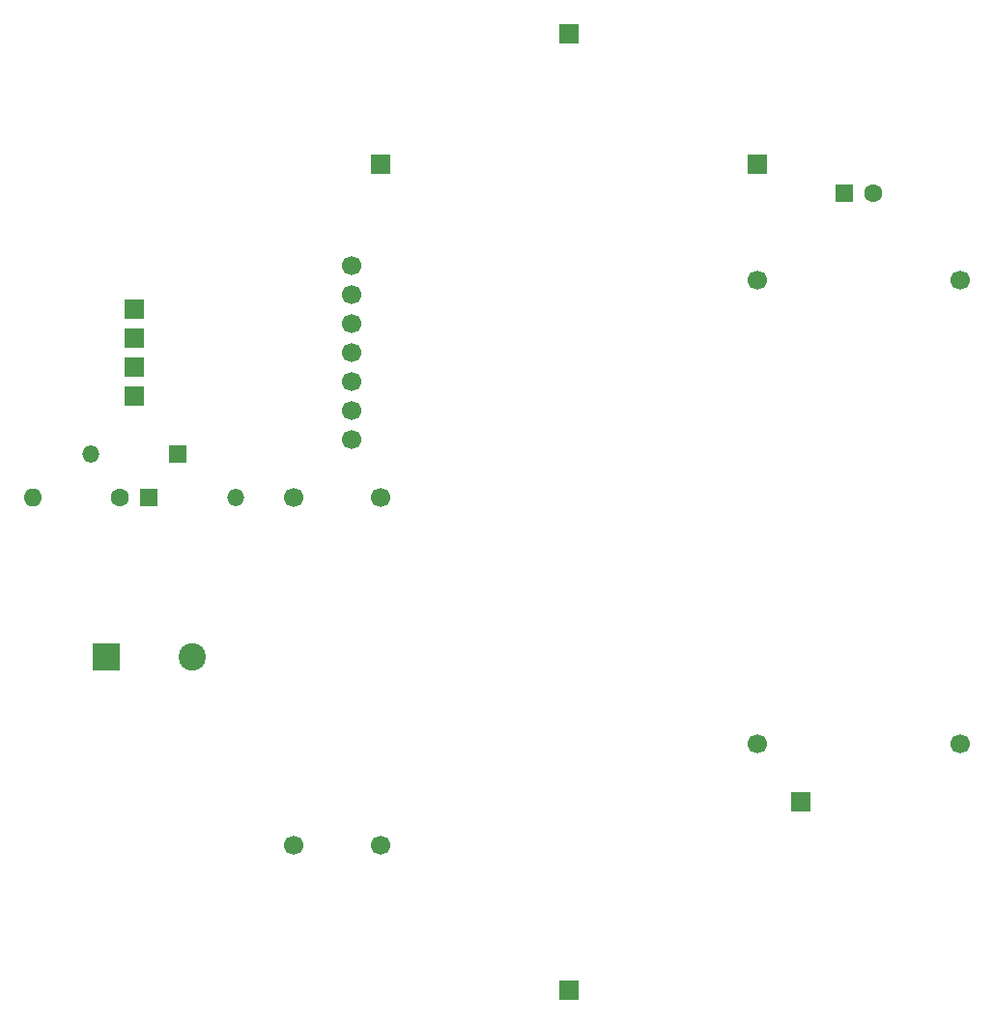
<source format=gbr>
%TF.GenerationSoftware,KiCad,Pcbnew,7.0.10*%
%TF.CreationDate,2024-02-07T14:19:04-05:00*%
%TF.ProjectId,board_down,626f6172-645f-4646-9f77-6e2e6b696361,rev?*%
%TF.SameCoordinates,Original*%
%TF.FileFunction,Soldermask,Bot*%
%TF.FilePolarity,Negative*%
%FSLAX46Y46*%
G04 Gerber Fmt 4.6, Leading zero omitted, Abs format (unit mm)*
G04 Created by KiCad (PCBNEW 7.0.10) date 2024-02-07 14:19:04*
%MOMM*%
%LPD*%
G01*
G04 APERTURE LIST*
%ADD10R,1.700000X1.700000*%
%ADD11R,1.600000X1.600000*%
%ADD12C,1.600000*%
%ADD13R,2.400000X2.400000*%
%ADD14C,2.400000*%
%ADD15C,1.700000*%
%ADD16R,1.500000X1.500000*%
%ADD17O,1.500000X1.500000*%
%ADD18O,1.600000X1.600000*%
G04 APERTURE END LIST*
D10*
%TO.C,J102*%
X33020000Y-19050000D03*
%TD*%
D11*
%TO.C,C101*%
X73700000Y-21590000D03*
D12*
X76200000Y-21590000D03*
%TD*%
D13*
%TO.C,C103*%
X9010000Y-62230000D03*
D14*
X16510000Y-62230000D03*
%TD*%
D10*
%TO.C,J104*%
X49530000Y-91440000D03*
%TD*%
D15*
%TO.C,U102*%
X66040000Y-69850000D03*
X83820000Y-69850000D03*
X66040000Y-29210000D03*
X83820000Y-29210000D03*
%TD*%
%TO.C,U101*%
X25400000Y-48260000D03*
X33020000Y-48260000D03*
X25400000Y-78740000D03*
X33020000Y-78740000D03*
%TD*%
D10*
%TO.C,J118*%
X11430000Y-39370000D03*
%TD*%
D16*
%TO.C,D102*%
X15245000Y-44450000D03*
D17*
X7625000Y-44450000D03*
%TD*%
D12*
%TO.C,R101*%
X10160000Y-48260000D03*
D18*
X2540000Y-48260000D03*
%TD*%
D15*
%TO.C,U104*%
X30480000Y-43180000D03*
X30480000Y-40640000D03*
X30480000Y-38100000D03*
X30480000Y-35560000D03*
X30480000Y-33020000D03*
X30480000Y-30480000D03*
X30480000Y-27940000D03*
%TD*%
D10*
%TO.C,J120*%
X11430000Y-34290000D03*
%TD*%
D16*
%TO.C,D101*%
X12695000Y-48260000D03*
D17*
X20315000Y-48260000D03*
%TD*%
D10*
%TO.C,J103*%
X49530000Y-7620000D03*
%TD*%
%TO.C,J119*%
X11430000Y-36830000D03*
%TD*%
%TO.C,J116*%
X69850000Y-74930000D03*
%TD*%
%TO.C,J101*%
X66040000Y-19050000D03*
%TD*%
%TO.C,J117*%
X11430000Y-31750000D03*
%TD*%
M02*

</source>
